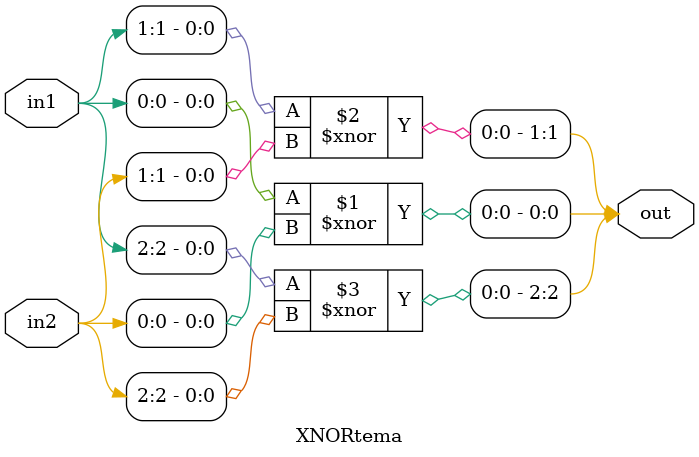
<source format=v>
module XNORtema(input[2:0] in1, input[2:0] in2, output[2:0] out);
	assign out[0] = in1[0] ~^ in2[0];
	assign out[1] = in1[1] ~^ in2[1];  
	assign out[2] = in1[2] ~^ in2[2];
endmodule
</source>
